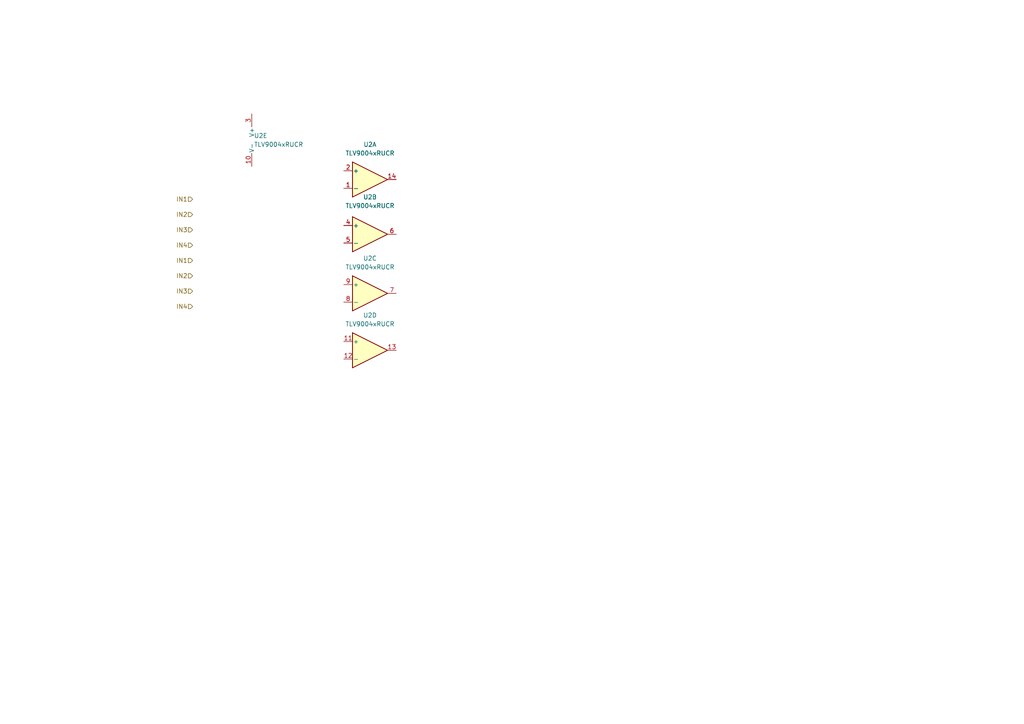
<source format=kicad_sch>
(kicad_sch (version 20211123) (generator eeschema)
  (paper "A4")
  (lib_symbols
    (symbol "Amplifier_Operational:TLV9004xRUCR" (pin_names (offset 0.127))
      (property "Reference" "U" (at 0 5.08 0))
      (property "Value" "TLV9004xRUCR" (at 0 -5.08 0))
      (symbol "TLV9004xRUCR_1_1"
        (polyline (pts (xy -5.08 5.08) (xy 5.08 0) (xy -5.08 -5.08) (xy -5.08 5.08)) (stroke (width 0.254)) (fill (type background)))
        (pin input line (at -7.62 -2.54 0) (length 2.54) (name "-") (number "1"))
        (pin output line (at 7.62 0 180) (length 2.54) (name "~") (number "14"))
        (pin input line (at -7.62 2.54 0) (length 2.54) (name "+") (number "2"))
      )
      (symbol "TLV9004xRUCR_2_1"
        (polyline (pts (xy -5.08 5.08) (xy 5.08 0) (xy -5.08 -5.08) (xy -5.08 5.08)) (stroke (width 0.254)) (fill (type background)))
        (pin input line (at -7.62 2.54 0) (length 2.54) (name "+") (number "4"))
        (pin input line (at -7.62 -2.54 0) (length 2.54) (name "-") (number "5"))
        (pin output line (at 7.62 0 180) (length 2.54) (name "~") (number "6"))
      )
      (symbol "TLV9004xRUCR_3_1"
        (polyline (pts (xy -5.08 5.08) (xy 5.08 0) (xy -5.08 -5.08) (xy -5.08 5.08)) (stroke (width 0.254)) (fill (type background)))
        (pin output line (at 7.62 0 180) (length 2.54) (name "~") (number "7"))
        (pin input line (at -7.62 -2.54 0) (length 2.54) (name "-") (number "8"))
        (pin input line (at -7.62 2.54 0) (length 2.54) (name "+") (number "9"))
      )
      (symbol "TLV9004xRUCR_4_1"
        (polyline (pts (xy -5.08 5.08) (xy 5.08 0) (xy -5.08 -5.08) (xy -5.08 5.08)) (stroke (width 0.254)) (fill (type background)))
        (pin input line (at -7.62 2.54 0) (length 2.54) (name "+") (number "11"))
        (pin input line (at -7.62 -2.54 0) (length 2.54) (name "-") (number "12"))
        (pin output line (at 7.62 0 180) (length 2.54) (name "~") (number "13"))
      )
      (symbol "TLV9004xRUCR_5_1"
        (pin power_in line (at -2.54 -7.62 90) (length 3.81) (name "V-") (number "10"))
        (pin power_in line (at -2.54 7.62 270) (length 3.81) (name "V+") (number "3"))
      )
    )
  )
  (hierarchical_label "IN4" (shape input) (at 55.88 71.12 180))
  (hierarchical_label "IN1" (shape input) (at 55.88 75.565 180))
  (hierarchical_label "IN3" (shape input) (at 55.88 84.455 180))
  (hierarchical_label "IN2" (shape input) (at 55.88 62.23 180))
  (hierarchical_label "IN4" (shape input) (at 55.88 88.9 180))
  (hierarchical_label "IN3" (shape input) (at 55.88 66.675 180))
  (hierarchical_label "IN2" (shape input) (at 55.88 80.01 180))
  (hierarchical_label "IN1" (shape input) (at 55.88 57.785 180))
  (symbol (lib_id "Amplifier_Operational:TLV9004xRUCR") (at 107.315 85.09 0) (unit 3)
    (property "Reference" "U2" (at 107.315 74.93 0))
    (property "Value" "TLV9004xRUCR" (at 107.315 77.47 0))
    (property "Footprint" "Package_DFN_QFN:Texas_S-PX2QFN-14" (effects hide))
    (property "Datasheet" "http://www.ti.com/lit/ds/symlink/tlv9004.pdf" (effects hide))
  )
  (symbol (lib_id "Amplifier_Operational:TLV9004xRUCR") (at 107.315 67.945 0) (unit 2)
    (property "Reference" "U2" (at 107.315 57.15 0))
    (property "Value" "TLV9004xRUCR" (at 107.315 59.69 0))
    (property "Footprint" "Package_DFN_QFN:Texas_S-PX2QFN-14" (effects hide))
    (property "Datasheet" "http://www.ti.com/lit/ds/symlink/tlv9004.pdf" (effects hide))
  )
  (symbol (lib_id "Amplifier_Operational:TLV9004xRUCR") (at 75.565 40.64 0) (unit 5)
    (property "Reference" "U2" (at 73.66 39.3699 0) (effects (justify left)))
    (property "Value" "TLV9004xRUCR" (at 73.66 41.9099 0) (effects (justify left)))
    (property "Footprint" "Package_DFN_QFN:Texas_S-PX2QFN-14" (effects hide))
    (property "Datasheet" "http://www.ti.com/lit/ds/symlink/tlv9004.pdf" (effects hide))
  )
  (symbol (lib_id "Amplifier_Operational:TLV9004xRUCR") (at 107.315 52.07 0) (unit 1)
    (property "Reference" "U2" (at 107.315 41.91 0))
    (property "Value" "TLV9004xRUCR" (at 107.315 44.45 0))
    (property "Footprint" "Package_DFN_QFN:Texas_S-PX2QFN-14" (effects hide))
    (property "Datasheet" "http://www.ti.com/lit/ds/symlink/tlv9004.pdf" (effects hide))
  )
  (symbol (lib_id "Amplifier_Operational:TLV9004xRUCR") (at 107.315 101.6 0) (unit 4)
    (property "Reference" "U2" (at 107.315 91.44 0))
    (property "Value" "TLV9004xRUCR" (at 107.315 93.98 0))
    (property "Footprint" "Package_DFN_QFN:Texas_S-PX2QFN-14" (effects hide))
    (property "Datasheet" "http://www.ti.com/lit/ds/symlink/tlv9004.pdf" (effects hide))
  )
)
</source>
